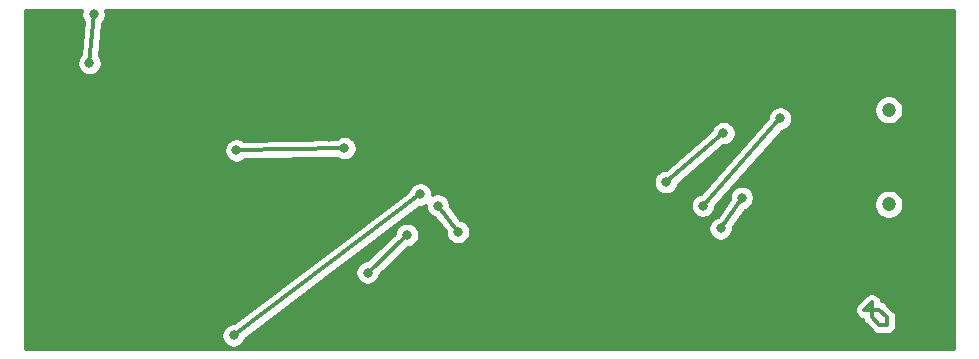
<source format=gbl>
%TF.GenerationSoftware,KiCad,Pcbnew,5.1.6-c6e7f7d~86~ubuntu18.04.1*%
%TF.CreationDate,2020-07-27T22:50:38-07:00*%
%TF.ProjectId,atmega168_tb2,61746d65-6761-4313-9638-5f7462322e6b,rev?*%
%TF.SameCoordinates,Original*%
%TF.FileFunction,Copper,L2,Bot*%
%TF.FilePolarity,Positive*%
%FSLAX46Y46*%
G04 Gerber Fmt 4.6, Leading zero omitted, Abs format (unit mm)*
G04 Created by KiCad (PCBNEW 5.1.6-c6e7f7d~86~ubuntu18.04.1) date 2020-07-27 22:50:38*
%MOMM*%
%LPD*%
G01*
G04 APERTURE LIST*
%TA.AperFunction,ComponentPad*%
%ADD10C,1.200000*%
%TD*%
%TA.AperFunction,ViaPad*%
%ADD11C,0.800000*%
%TD*%
%TA.AperFunction,Conductor*%
%ADD12C,0.300000*%
%TD*%
%TA.AperFunction,Conductor*%
%ADD13C,0.254000*%
%TD*%
G04 APERTURE END LIST*
D10*
%TO.P,J4,~*%
%TO.N,N/C*%
X120430000Y-39700000D03*
X120430000Y-31700000D03*
%TD*%
D11*
%TO.N,+BATT*%
X82250000Y-39800000D03*
X83950000Y-42020000D03*
X74350000Y-34940000D03*
X65210000Y-35120000D03*
X53120000Y-23590000D03*
X52760000Y-27750000D03*
%TO.N,GND*%
X73010000Y-33990000D03*
X89222260Y-40397740D03*
X81750000Y-42060000D03*
X72860000Y-39310000D03*
X102570000Y-39650000D03*
X111370000Y-41110000D03*
X118100000Y-42590000D03*
X98630000Y-48730000D03*
X60460000Y-36120000D03*
X67460000Y-39550000D03*
X58640000Y-42920000D03*
X56000000Y-45660000D03*
X55860000Y-31080000D03*
X112200000Y-28700000D03*
X120280000Y-28730000D03*
X92690000Y-48450000D03*
X106870000Y-30130000D03*
X100270000Y-33690000D03*
X89420000Y-26240000D03*
X84270000Y-25940000D03*
X79260000Y-25940000D03*
X83610000Y-38540000D03*
X55960000Y-25930000D03*
X68340000Y-45510000D03*
X51070000Y-48900000D03*
X94728707Y-30631293D03*
X76365069Y-28705069D03*
X72430000Y-46500000D03*
%TO.N,RST*%
X80760000Y-38860000D03*
X64970000Y-50800000D03*
%TO.N,CARDDAT0_DO*%
X107990000Y-39140000D03*
X106200000Y-41740000D03*
%TO.N,D2*%
X104700000Y-39810000D03*
X111240000Y-32420000D03*
%TO.N,D3CS*%
X101560000Y-37820000D03*
X106430000Y-33660000D03*
%TO.N,PE1*%
X79640000Y-42285000D03*
X76320000Y-45480000D03*
%TD*%
D12*
%TO.N,*%
X118375000Y-48635000D02*
X119010000Y-48000000D01*
X119010000Y-48000000D02*
X119010000Y-49270000D01*
X119010000Y-49270000D02*
X119645000Y-49905000D01*
X119645000Y-49905000D02*
X120280000Y-49905000D01*
X120280000Y-49905000D02*
X120280000Y-49270000D01*
X120280000Y-49270000D02*
X119645000Y-48635000D01*
X119645000Y-48635000D02*
X118375000Y-48635000D01*
%TO.N,+BATT*%
X82250000Y-39800000D02*
X83950000Y-42020000D01*
X74350000Y-34940000D02*
X65210000Y-35120000D01*
X53120000Y-23590000D02*
X52760000Y-27750000D01*
%TO.N,GND*%
X118100000Y-42590000D02*
X111370000Y-41110000D01*
X102570000Y-39650000D02*
X98630000Y-48730000D01*
X60460000Y-36120000D02*
X67460000Y-39550000D01*
X58640000Y-42920000D02*
X56000000Y-45660000D01*
X92690000Y-48450000D02*
X89222260Y-40397740D01*
X106870000Y-30130000D02*
X100270000Y-33690000D01*
X89420000Y-26240000D02*
X84270000Y-25940000D01*
X84270000Y-25940000D02*
X79260000Y-25940000D01*
X89222260Y-40397740D02*
X83610000Y-38540000D01*
X55860000Y-31080000D02*
X55960000Y-25930000D01*
X56000000Y-45660000D02*
X51070000Y-48900000D01*
X94728707Y-30631293D02*
X89420000Y-26240000D01*
X94728707Y-30631293D02*
X106870000Y-30130000D01*
X73010000Y-33990000D02*
X76365069Y-28705069D01*
X76365069Y-28705069D02*
X94728707Y-30631293D01*
%TO.N,RST*%
X80760000Y-38860000D02*
X64970000Y-50800000D01*
%TO.N,CARDDAT0_DO*%
X107990000Y-39140000D02*
X106200000Y-41740000D01*
%TO.N,D2*%
X104700000Y-39810000D02*
X111240000Y-32420000D01*
%TO.N,D3CS*%
X101560000Y-37820000D02*
X106430000Y-33660000D01*
%TO.N,PE1*%
X79640000Y-42285000D02*
X76320000Y-45480000D01*
%TD*%
D13*
%TO.N,GND*%
G36*
X52124774Y-23288102D02*
G01*
X52085000Y-23488061D01*
X52085000Y-23691939D01*
X52124774Y-23891898D01*
X52202795Y-24080256D01*
X52279683Y-24195327D01*
X52036088Y-27010201D01*
X51956063Y-27090226D01*
X51842795Y-27259744D01*
X51764774Y-27448102D01*
X51725000Y-27648061D01*
X51725000Y-27851939D01*
X51764774Y-28051898D01*
X51842795Y-28240256D01*
X51956063Y-28409774D01*
X52100226Y-28553937D01*
X52269744Y-28667205D01*
X52458102Y-28745226D01*
X52658061Y-28785000D01*
X52861939Y-28785000D01*
X53061898Y-28745226D01*
X53250256Y-28667205D01*
X53419774Y-28553937D01*
X53563937Y-28409774D01*
X53677205Y-28240256D01*
X53755226Y-28051898D01*
X53795000Y-27851939D01*
X53795000Y-27648061D01*
X53755226Y-27448102D01*
X53677205Y-27259744D01*
X53600317Y-27144673D01*
X53843912Y-24329799D01*
X53923937Y-24249774D01*
X54037205Y-24080256D01*
X54115226Y-23891898D01*
X54155000Y-23691939D01*
X54155000Y-23488061D01*
X54115226Y-23288102D01*
X54103586Y-23260000D01*
X125970001Y-23260000D01*
X125970000Y-51940000D01*
X47290000Y-51940000D01*
X47290000Y-50698061D01*
X63935000Y-50698061D01*
X63935000Y-50901939D01*
X63974774Y-51101898D01*
X64052795Y-51290256D01*
X64166063Y-51459774D01*
X64310226Y-51603937D01*
X64479744Y-51717205D01*
X64668102Y-51795226D01*
X64868061Y-51835000D01*
X65071939Y-51835000D01*
X65271898Y-51795226D01*
X65460256Y-51717205D01*
X65629774Y-51603937D01*
X65773937Y-51459774D01*
X65887205Y-51290256D01*
X65965226Y-51101898D01*
X65981684Y-51019155D01*
X69134599Y-48635000D01*
X117586202Y-48635000D01*
X117601359Y-48788887D01*
X117646246Y-48936860D01*
X117719138Y-49073233D01*
X117817236Y-49192764D01*
X117936767Y-49290862D01*
X118073140Y-49363754D01*
X118221113Y-49408641D01*
X118234992Y-49410008D01*
X118236359Y-49423886D01*
X118281246Y-49571859D01*
X118281247Y-49571860D01*
X118354139Y-49708233D01*
X118389330Y-49751113D01*
X118427655Y-49797812D01*
X118427659Y-49797816D01*
X118452237Y-49827764D01*
X118482185Y-49852342D01*
X119062653Y-50432810D01*
X119087236Y-50462764D01*
X119206767Y-50560862D01*
X119343140Y-50633754D01*
X119491113Y-50678642D01*
X119566026Y-50686020D01*
X119606439Y-50690000D01*
X119606444Y-50690000D01*
X119645000Y-50693797D01*
X119683556Y-50690000D01*
X120241439Y-50690000D01*
X120280000Y-50693798D01*
X120318560Y-50690000D01*
X120318561Y-50690000D01*
X120433887Y-50678641D01*
X120581860Y-50633754D01*
X120718233Y-50560862D01*
X120837764Y-50462764D01*
X120935862Y-50343233D01*
X121008754Y-50206860D01*
X121053641Y-50058887D01*
X121068798Y-49905000D01*
X121065000Y-49866439D01*
X121065000Y-49308556D01*
X121068797Y-49270000D01*
X121065000Y-49231444D01*
X121065000Y-49231439D01*
X121055143Y-49131359D01*
X121053642Y-49116113D01*
X121008754Y-48968140D01*
X120935862Y-48831767D01*
X120837764Y-48712236D01*
X120807810Y-48687653D01*
X120227345Y-48107188D01*
X120202764Y-48077236D01*
X120083233Y-47979138D01*
X119946860Y-47906246D01*
X119798887Y-47861359D01*
X119785009Y-47859992D01*
X119783642Y-47846113D01*
X119738754Y-47698141D01*
X119738754Y-47698140D01*
X119665862Y-47561767D01*
X119567764Y-47442236D01*
X119448232Y-47344138D01*
X119311859Y-47271246D01*
X119163887Y-47226358D01*
X119083332Y-47218425D01*
X119010000Y-47211202D01*
X118933056Y-47218781D01*
X118856113Y-47226358D01*
X118708140Y-47271246D01*
X118571767Y-47344138D01*
X118452236Y-47442236D01*
X118427654Y-47472189D01*
X117847190Y-48052653D01*
X117817236Y-48077236D01*
X117719138Y-48196767D01*
X117646246Y-48333140D01*
X117601359Y-48481113D01*
X117586202Y-48635000D01*
X69134599Y-48635000D01*
X73441724Y-45378061D01*
X75285000Y-45378061D01*
X75285000Y-45581939D01*
X75324774Y-45781898D01*
X75402795Y-45970256D01*
X75516063Y-46139774D01*
X75660226Y-46283937D01*
X75829744Y-46397205D01*
X76018102Y-46475226D01*
X76218061Y-46515000D01*
X76421939Y-46515000D01*
X76621898Y-46475226D01*
X76810256Y-46397205D01*
X76979774Y-46283937D01*
X77123937Y-46139774D01*
X77237205Y-45970256D01*
X77315226Y-45781898D01*
X77355000Y-45581939D01*
X77355000Y-45573426D01*
X79696589Y-43320000D01*
X79741939Y-43320000D01*
X79941898Y-43280226D01*
X80130256Y-43202205D01*
X80299774Y-43088937D01*
X80443937Y-42944774D01*
X80557205Y-42775256D01*
X80635226Y-42586898D01*
X80675000Y-42386939D01*
X80675000Y-42183061D01*
X80635226Y-41983102D01*
X80557205Y-41794744D01*
X80443937Y-41625226D01*
X80299774Y-41481063D01*
X80130256Y-41367795D01*
X79941898Y-41289774D01*
X79741939Y-41250000D01*
X79538061Y-41250000D01*
X79338102Y-41289774D01*
X79149744Y-41367795D01*
X78980226Y-41481063D01*
X78836063Y-41625226D01*
X78722795Y-41794744D01*
X78644774Y-41983102D01*
X78605000Y-42183061D01*
X78605000Y-42191573D01*
X76263411Y-44445000D01*
X76218061Y-44445000D01*
X76018102Y-44484774D01*
X75829744Y-44562795D01*
X75660226Y-44676063D01*
X75516063Y-44820226D01*
X75402795Y-44989744D01*
X75324774Y-45178102D01*
X75285000Y-45378061D01*
X73441724Y-45378061D01*
X80692775Y-39895000D01*
X80861939Y-39895000D01*
X81061898Y-39855226D01*
X81215000Y-39791809D01*
X81215000Y-39901939D01*
X81254774Y-40101898D01*
X81332795Y-40290256D01*
X81446063Y-40459774D01*
X81590226Y-40603937D01*
X81759744Y-40717205D01*
X81948102Y-40795226D01*
X82036913Y-40812891D01*
X82915000Y-41959570D01*
X82915000Y-42121939D01*
X82954774Y-42321898D01*
X83032795Y-42510256D01*
X83146063Y-42679774D01*
X83290226Y-42823937D01*
X83459744Y-42937205D01*
X83648102Y-43015226D01*
X83848061Y-43055000D01*
X84051939Y-43055000D01*
X84251898Y-43015226D01*
X84440256Y-42937205D01*
X84609774Y-42823937D01*
X84753937Y-42679774D01*
X84867205Y-42510256D01*
X84945226Y-42321898D01*
X84985000Y-42121939D01*
X84985000Y-41918061D01*
X84945226Y-41718102D01*
X84912072Y-41638061D01*
X105165000Y-41638061D01*
X105165000Y-41841939D01*
X105204774Y-42041898D01*
X105282795Y-42230256D01*
X105396063Y-42399774D01*
X105540226Y-42543937D01*
X105709744Y-42657205D01*
X105898102Y-42735226D01*
X106098061Y-42775000D01*
X106301939Y-42775000D01*
X106501898Y-42735226D01*
X106690256Y-42657205D01*
X106859774Y-42543937D01*
X107003937Y-42399774D01*
X107117205Y-42230256D01*
X107195226Y-42041898D01*
X107235000Y-41841939D01*
X107235000Y-41638061D01*
X107232362Y-41624796D01*
X108252476Y-40143068D01*
X108291898Y-40135226D01*
X108480256Y-40057205D01*
X108649774Y-39943937D01*
X108793937Y-39799774D01*
X108907205Y-39630256D01*
X108928699Y-39578363D01*
X119195000Y-39578363D01*
X119195000Y-39821637D01*
X119242460Y-40060236D01*
X119335557Y-40284992D01*
X119470713Y-40487267D01*
X119642733Y-40659287D01*
X119845008Y-40794443D01*
X120069764Y-40887540D01*
X120308363Y-40935000D01*
X120551637Y-40935000D01*
X120790236Y-40887540D01*
X121014992Y-40794443D01*
X121217267Y-40659287D01*
X121389287Y-40487267D01*
X121524443Y-40284992D01*
X121617540Y-40060236D01*
X121665000Y-39821637D01*
X121665000Y-39578363D01*
X121617540Y-39339764D01*
X121524443Y-39115008D01*
X121389287Y-38912733D01*
X121217267Y-38740713D01*
X121014992Y-38605557D01*
X120790236Y-38512460D01*
X120551637Y-38465000D01*
X120308363Y-38465000D01*
X120069764Y-38512460D01*
X119845008Y-38605557D01*
X119642733Y-38740713D01*
X119470713Y-38912733D01*
X119335557Y-39115008D01*
X119242460Y-39339764D01*
X119195000Y-39578363D01*
X108928699Y-39578363D01*
X108985226Y-39441898D01*
X109025000Y-39241939D01*
X109025000Y-39038061D01*
X108985226Y-38838102D01*
X108907205Y-38649744D01*
X108793937Y-38480226D01*
X108649774Y-38336063D01*
X108480256Y-38222795D01*
X108291898Y-38144774D01*
X108091939Y-38105000D01*
X107888061Y-38105000D01*
X107688102Y-38144774D01*
X107499744Y-38222795D01*
X107330226Y-38336063D01*
X107186063Y-38480226D01*
X107072795Y-38649744D01*
X106994774Y-38838102D01*
X106955000Y-39038061D01*
X106955000Y-39241939D01*
X106957638Y-39255202D01*
X105937525Y-40736932D01*
X105898102Y-40744774D01*
X105709744Y-40822795D01*
X105540226Y-40936063D01*
X105396063Y-41080226D01*
X105282795Y-41249744D01*
X105204774Y-41438102D01*
X105165000Y-41638061D01*
X84912072Y-41638061D01*
X84867205Y-41529744D01*
X84753937Y-41360226D01*
X84609774Y-41216063D01*
X84440256Y-41102795D01*
X84251898Y-41024774D01*
X84163087Y-41007109D01*
X83285000Y-39860430D01*
X83285000Y-39708061D01*
X103665000Y-39708061D01*
X103665000Y-39911939D01*
X103704774Y-40111898D01*
X103782795Y-40300256D01*
X103896063Y-40469774D01*
X104040226Y-40613937D01*
X104209744Y-40727205D01*
X104398102Y-40805226D01*
X104598061Y-40845000D01*
X104801939Y-40845000D01*
X105001898Y-40805226D01*
X105190256Y-40727205D01*
X105359774Y-40613937D01*
X105503937Y-40469774D01*
X105617205Y-40300256D01*
X105695226Y-40111898D01*
X105735000Y-39911939D01*
X105735000Y-39824981D01*
X111378791Y-33447670D01*
X111541898Y-33415226D01*
X111730256Y-33337205D01*
X111899774Y-33223937D01*
X112043937Y-33079774D01*
X112157205Y-32910256D01*
X112235226Y-32721898D01*
X112275000Y-32521939D01*
X112275000Y-32318061D01*
X112235226Y-32118102D01*
X112157205Y-31929744D01*
X112043937Y-31760226D01*
X111899774Y-31616063D01*
X111843352Y-31578363D01*
X119195000Y-31578363D01*
X119195000Y-31821637D01*
X119242460Y-32060236D01*
X119335557Y-32284992D01*
X119470713Y-32487267D01*
X119642733Y-32659287D01*
X119845008Y-32794443D01*
X120069764Y-32887540D01*
X120308363Y-32935000D01*
X120551637Y-32935000D01*
X120790236Y-32887540D01*
X121014992Y-32794443D01*
X121217267Y-32659287D01*
X121389287Y-32487267D01*
X121524443Y-32284992D01*
X121617540Y-32060236D01*
X121665000Y-31821637D01*
X121665000Y-31578363D01*
X121617540Y-31339764D01*
X121524443Y-31115008D01*
X121389287Y-30912733D01*
X121217267Y-30740713D01*
X121014992Y-30605557D01*
X120790236Y-30512460D01*
X120551637Y-30465000D01*
X120308363Y-30465000D01*
X120069764Y-30512460D01*
X119845008Y-30605557D01*
X119642733Y-30740713D01*
X119470713Y-30912733D01*
X119335557Y-31115008D01*
X119242460Y-31339764D01*
X119195000Y-31578363D01*
X111843352Y-31578363D01*
X111730256Y-31502795D01*
X111541898Y-31424774D01*
X111341939Y-31385000D01*
X111138061Y-31385000D01*
X110938102Y-31424774D01*
X110749744Y-31502795D01*
X110580226Y-31616063D01*
X110436063Y-31760226D01*
X110322795Y-31929744D01*
X110244774Y-32118102D01*
X110205000Y-32318061D01*
X110205000Y-32405019D01*
X104561210Y-38782330D01*
X104398102Y-38814774D01*
X104209744Y-38892795D01*
X104040226Y-39006063D01*
X103896063Y-39150226D01*
X103782795Y-39319744D01*
X103704774Y-39508102D01*
X103665000Y-39708061D01*
X83285000Y-39708061D01*
X83285000Y-39698061D01*
X83245226Y-39498102D01*
X83167205Y-39309744D01*
X83053937Y-39140226D01*
X82909774Y-38996063D01*
X82740256Y-38882795D01*
X82551898Y-38804774D01*
X82351939Y-38765000D01*
X82148061Y-38765000D01*
X81948102Y-38804774D01*
X81795000Y-38868191D01*
X81795000Y-38758061D01*
X81755226Y-38558102D01*
X81677205Y-38369744D01*
X81563937Y-38200226D01*
X81419774Y-38056063D01*
X81250256Y-37942795D01*
X81061898Y-37864774D01*
X80861939Y-37825000D01*
X80658061Y-37825000D01*
X80458102Y-37864774D01*
X80269744Y-37942795D01*
X80100226Y-38056063D01*
X79956063Y-38200226D01*
X79842795Y-38369744D01*
X79764774Y-38558102D01*
X79748316Y-38640844D01*
X65037226Y-49765000D01*
X64868061Y-49765000D01*
X64668102Y-49804774D01*
X64479744Y-49882795D01*
X64310226Y-49996063D01*
X64166063Y-50140226D01*
X64052795Y-50309744D01*
X63974774Y-50498102D01*
X63935000Y-50698061D01*
X47290000Y-50698061D01*
X47290000Y-37718061D01*
X100525000Y-37718061D01*
X100525000Y-37921939D01*
X100564774Y-38121898D01*
X100642795Y-38310256D01*
X100756063Y-38479774D01*
X100900226Y-38623937D01*
X101069744Y-38737205D01*
X101258102Y-38815226D01*
X101458061Y-38855000D01*
X101661939Y-38855000D01*
X101861898Y-38815226D01*
X102050256Y-38737205D01*
X102219774Y-38623937D01*
X102363937Y-38479774D01*
X102477205Y-38310256D01*
X102555226Y-38121898D01*
X102583890Y-37977792D01*
X106426967Y-34695000D01*
X106531939Y-34695000D01*
X106731898Y-34655226D01*
X106920256Y-34577205D01*
X107089774Y-34463937D01*
X107233937Y-34319774D01*
X107347205Y-34150256D01*
X107425226Y-33961898D01*
X107465000Y-33761939D01*
X107465000Y-33558061D01*
X107425226Y-33358102D01*
X107347205Y-33169744D01*
X107233937Y-33000226D01*
X107089774Y-32856063D01*
X106920256Y-32742795D01*
X106731898Y-32664774D01*
X106531939Y-32625000D01*
X106328061Y-32625000D01*
X106128102Y-32664774D01*
X105939744Y-32742795D01*
X105770226Y-32856063D01*
X105626063Y-33000226D01*
X105512795Y-33169744D01*
X105434774Y-33358102D01*
X105406110Y-33502208D01*
X101563034Y-36785000D01*
X101458061Y-36785000D01*
X101258102Y-36824774D01*
X101069744Y-36902795D01*
X100900226Y-37016063D01*
X100756063Y-37160226D01*
X100642795Y-37329744D01*
X100564774Y-37518102D01*
X100525000Y-37718061D01*
X47290000Y-37718061D01*
X47290000Y-35018061D01*
X64175000Y-35018061D01*
X64175000Y-35221939D01*
X64214774Y-35421898D01*
X64292795Y-35610256D01*
X64406063Y-35779774D01*
X64550226Y-35923937D01*
X64719744Y-36037205D01*
X64908102Y-36115226D01*
X65108061Y-36155000D01*
X65311939Y-36155000D01*
X65511898Y-36115226D01*
X65700256Y-36037205D01*
X65869774Y-35923937D01*
X65902191Y-35891520D01*
X73684546Y-35738257D01*
X73690226Y-35743937D01*
X73859744Y-35857205D01*
X74048102Y-35935226D01*
X74248061Y-35975000D01*
X74451939Y-35975000D01*
X74651898Y-35935226D01*
X74840256Y-35857205D01*
X75009774Y-35743937D01*
X75153937Y-35599774D01*
X75267205Y-35430256D01*
X75345226Y-35241898D01*
X75385000Y-35041939D01*
X75385000Y-34838061D01*
X75345226Y-34638102D01*
X75267205Y-34449744D01*
X75153937Y-34280226D01*
X75009774Y-34136063D01*
X74840256Y-34022795D01*
X74651898Y-33944774D01*
X74451939Y-33905000D01*
X74248061Y-33905000D01*
X74048102Y-33944774D01*
X73859744Y-34022795D01*
X73690226Y-34136063D01*
X73657809Y-34168480D01*
X65875454Y-34321743D01*
X65869774Y-34316063D01*
X65700256Y-34202795D01*
X65511898Y-34124774D01*
X65311939Y-34085000D01*
X65108061Y-34085000D01*
X64908102Y-34124774D01*
X64719744Y-34202795D01*
X64550226Y-34316063D01*
X64406063Y-34460226D01*
X64292795Y-34629744D01*
X64214774Y-34818102D01*
X64175000Y-35018061D01*
X47290000Y-35018061D01*
X47290000Y-23260000D01*
X52136414Y-23260000D01*
X52124774Y-23288102D01*
G37*
X52124774Y-23288102D02*
X52085000Y-23488061D01*
X52085000Y-23691939D01*
X52124774Y-23891898D01*
X52202795Y-24080256D01*
X52279683Y-24195327D01*
X52036088Y-27010201D01*
X51956063Y-27090226D01*
X51842795Y-27259744D01*
X51764774Y-27448102D01*
X51725000Y-27648061D01*
X51725000Y-27851939D01*
X51764774Y-28051898D01*
X51842795Y-28240256D01*
X51956063Y-28409774D01*
X52100226Y-28553937D01*
X52269744Y-28667205D01*
X52458102Y-28745226D01*
X52658061Y-28785000D01*
X52861939Y-28785000D01*
X53061898Y-28745226D01*
X53250256Y-28667205D01*
X53419774Y-28553937D01*
X53563937Y-28409774D01*
X53677205Y-28240256D01*
X53755226Y-28051898D01*
X53795000Y-27851939D01*
X53795000Y-27648061D01*
X53755226Y-27448102D01*
X53677205Y-27259744D01*
X53600317Y-27144673D01*
X53843912Y-24329799D01*
X53923937Y-24249774D01*
X54037205Y-24080256D01*
X54115226Y-23891898D01*
X54155000Y-23691939D01*
X54155000Y-23488061D01*
X54115226Y-23288102D01*
X54103586Y-23260000D01*
X125970001Y-23260000D01*
X125970000Y-51940000D01*
X47290000Y-51940000D01*
X47290000Y-50698061D01*
X63935000Y-50698061D01*
X63935000Y-50901939D01*
X63974774Y-51101898D01*
X64052795Y-51290256D01*
X64166063Y-51459774D01*
X64310226Y-51603937D01*
X64479744Y-51717205D01*
X64668102Y-51795226D01*
X64868061Y-51835000D01*
X65071939Y-51835000D01*
X65271898Y-51795226D01*
X65460256Y-51717205D01*
X65629774Y-51603937D01*
X65773937Y-51459774D01*
X65887205Y-51290256D01*
X65965226Y-51101898D01*
X65981684Y-51019155D01*
X69134599Y-48635000D01*
X117586202Y-48635000D01*
X117601359Y-48788887D01*
X117646246Y-48936860D01*
X117719138Y-49073233D01*
X117817236Y-49192764D01*
X117936767Y-49290862D01*
X118073140Y-49363754D01*
X118221113Y-49408641D01*
X118234992Y-49410008D01*
X118236359Y-49423886D01*
X118281246Y-49571859D01*
X118281247Y-49571860D01*
X118354139Y-49708233D01*
X118389330Y-49751113D01*
X118427655Y-49797812D01*
X118427659Y-49797816D01*
X118452237Y-49827764D01*
X118482185Y-49852342D01*
X119062653Y-50432810D01*
X119087236Y-50462764D01*
X119206767Y-50560862D01*
X119343140Y-50633754D01*
X119491113Y-50678642D01*
X119566026Y-50686020D01*
X119606439Y-50690000D01*
X119606444Y-50690000D01*
X119645000Y-50693797D01*
X119683556Y-50690000D01*
X120241439Y-50690000D01*
X120280000Y-50693798D01*
X120318560Y-50690000D01*
X120318561Y-50690000D01*
X120433887Y-50678641D01*
X120581860Y-50633754D01*
X120718233Y-50560862D01*
X120837764Y-50462764D01*
X120935862Y-50343233D01*
X121008754Y-50206860D01*
X121053641Y-50058887D01*
X121068798Y-49905000D01*
X121065000Y-49866439D01*
X121065000Y-49308556D01*
X121068797Y-49270000D01*
X121065000Y-49231444D01*
X121065000Y-49231439D01*
X121055143Y-49131359D01*
X121053642Y-49116113D01*
X121008754Y-48968140D01*
X120935862Y-48831767D01*
X120837764Y-48712236D01*
X120807810Y-48687653D01*
X120227345Y-48107188D01*
X120202764Y-48077236D01*
X120083233Y-47979138D01*
X119946860Y-47906246D01*
X119798887Y-47861359D01*
X119785009Y-47859992D01*
X119783642Y-47846113D01*
X119738754Y-47698141D01*
X119738754Y-47698140D01*
X119665862Y-47561767D01*
X119567764Y-47442236D01*
X119448232Y-47344138D01*
X119311859Y-47271246D01*
X119163887Y-47226358D01*
X119083332Y-47218425D01*
X119010000Y-47211202D01*
X118933056Y-47218781D01*
X118856113Y-47226358D01*
X118708140Y-47271246D01*
X118571767Y-47344138D01*
X118452236Y-47442236D01*
X118427654Y-47472189D01*
X117847190Y-48052653D01*
X117817236Y-48077236D01*
X117719138Y-48196767D01*
X117646246Y-48333140D01*
X117601359Y-48481113D01*
X117586202Y-48635000D01*
X69134599Y-48635000D01*
X73441724Y-45378061D01*
X75285000Y-45378061D01*
X75285000Y-45581939D01*
X75324774Y-45781898D01*
X75402795Y-45970256D01*
X75516063Y-46139774D01*
X75660226Y-46283937D01*
X75829744Y-46397205D01*
X76018102Y-46475226D01*
X76218061Y-46515000D01*
X76421939Y-46515000D01*
X76621898Y-46475226D01*
X76810256Y-46397205D01*
X76979774Y-46283937D01*
X77123937Y-46139774D01*
X77237205Y-45970256D01*
X77315226Y-45781898D01*
X77355000Y-45581939D01*
X77355000Y-45573426D01*
X79696589Y-43320000D01*
X79741939Y-43320000D01*
X79941898Y-43280226D01*
X80130256Y-43202205D01*
X80299774Y-43088937D01*
X80443937Y-42944774D01*
X80557205Y-42775256D01*
X80635226Y-42586898D01*
X80675000Y-42386939D01*
X80675000Y-42183061D01*
X80635226Y-41983102D01*
X80557205Y-41794744D01*
X80443937Y-41625226D01*
X80299774Y-41481063D01*
X80130256Y-41367795D01*
X79941898Y-41289774D01*
X79741939Y-41250000D01*
X79538061Y-41250000D01*
X79338102Y-41289774D01*
X79149744Y-41367795D01*
X78980226Y-41481063D01*
X78836063Y-41625226D01*
X78722795Y-41794744D01*
X78644774Y-41983102D01*
X78605000Y-42183061D01*
X78605000Y-42191573D01*
X76263411Y-44445000D01*
X76218061Y-44445000D01*
X76018102Y-44484774D01*
X75829744Y-44562795D01*
X75660226Y-44676063D01*
X75516063Y-44820226D01*
X75402795Y-44989744D01*
X75324774Y-45178102D01*
X75285000Y-45378061D01*
X73441724Y-45378061D01*
X80692775Y-39895000D01*
X80861939Y-39895000D01*
X81061898Y-39855226D01*
X81215000Y-39791809D01*
X81215000Y-39901939D01*
X81254774Y-40101898D01*
X81332795Y-40290256D01*
X81446063Y-40459774D01*
X81590226Y-40603937D01*
X81759744Y-40717205D01*
X81948102Y-40795226D01*
X82036913Y-40812891D01*
X82915000Y-41959570D01*
X82915000Y-42121939D01*
X82954774Y-42321898D01*
X83032795Y-42510256D01*
X83146063Y-42679774D01*
X83290226Y-42823937D01*
X83459744Y-42937205D01*
X83648102Y-43015226D01*
X83848061Y-43055000D01*
X84051939Y-43055000D01*
X84251898Y-43015226D01*
X84440256Y-42937205D01*
X84609774Y-42823937D01*
X84753937Y-42679774D01*
X84867205Y-42510256D01*
X84945226Y-42321898D01*
X84985000Y-42121939D01*
X84985000Y-41918061D01*
X84945226Y-41718102D01*
X84912072Y-41638061D01*
X105165000Y-41638061D01*
X105165000Y-41841939D01*
X105204774Y-42041898D01*
X105282795Y-42230256D01*
X105396063Y-42399774D01*
X105540226Y-42543937D01*
X105709744Y-42657205D01*
X105898102Y-42735226D01*
X106098061Y-42775000D01*
X106301939Y-42775000D01*
X106501898Y-42735226D01*
X106690256Y-42657205D01*
X106859774Y-42543937D01*
X107003937Y-42399774D01*
X107117205Y-42230256D01*
X107195226Y-42041898D01*
X107235000Y-41841939D01*
X107235000Y-41638061D01*
X107232362Y-41624796D01*
X108252476Y-40143068D01*
X108291898Y-40135226D01*
X108480256Y-40057205D01*
X108649774Y-39943937D01*
X108793937Y-39799774D01*
X108907205Y-39630256D01*
X108928699Y-39578363D01*
X119195000Y-39578363D01*
X119195000Y-39821637D01*
X119242460Y-40060236D01*
X119335557Y-40284992D01*
X119470713Y-40487267D01*
X119642733Y-40659287D01*
X119845008Y-40794443D01*
X120069764Y-40887540D01*
X120308363Y-40935000D01*
X120551637Y-40935000D01*
X120790236Y-40887540D01*
X121014992Y-40794443D01*
X121217267Y-40659287D01*
X121389287Y-40487267D01*
X121524443Y-40284992D01*
X121617540Y-40060236D01*
X121665000Y-39821637D01*
X121665000Y-39578363D01*
X121617540Y-39339764D01*
X121524443Y-39115008D01*
X121389287Y-38912733D01*
X121217267Y-38740713D01*
X121014992Y-38605557D01*
X120790236Y-38512460D01*
X120551637Y-38465000D01*
X120308363Y-38465000D01*
X120069764Y-38512460D01*
X119845008Y-38605557D01*
X119642733Y-38740713D01*
X119470713Y-38912733D01*
X119335557Y-39115008D01*
X119242460Y-39339764D01*
X119195000Y-39578363D01*
X108928699Y-39578363D01*
X108985226Y-39441898D01*
X109025000Y-39241939D01*
X109025000Y-39038061D01*
X108985226Y-38838102D01*
X108907205Y-38649744D01*
X108793937Y-38480226D01*
X108649774Y-38336063D01*
X108480256Y-38222795D01*
X108291898Y-38144774D01*
X108091939Y-38105000D01*
X107888061Y-38105000D01*
X107688102Y-38144774D01*
X107499744Y-38222795D01*
X107330226Y-38336063D01*
X107186063Y-38480226D01*
X107072795Y-38649744D01*
X106994774Y-38838102D01*
X106955000Y-39038061D01*
X106955000Y-39241939D01*
X106957638Y-39255202D01*
X105937525Y-40736932D01*
X105898102Y-40744774D01*
X105709744Y-40822795D01*
X105540226Y-40936063D01*
X105396063Y-41080226D01*
X105282795Y-41249744D01*
X105204774Y-41438102D01*
X105165000Y-41638061D01*
X84912072Y-41638061D01*
X84867205Y-41529744D01*
X84753937Y-41360226D01*
X84609774Y-41216063D01*
X84440256Y-41102795D01*
X84251898Y-41024774D01*
X84163087Y-41007109D01*
X83285000Y-39860430D01*
X83285000Y-39708061D01*
X103665000Y-39708061D01*
X103665000Y-39911939D01*
X103704774Y-40111898D01*
X103782795Y-40300256D01*
X103896063Y-40469774D01*
X104040226Y-40613937D01*
X104209744Y-40727205D01*
X104398102Y-40805226D01*
X104598061Y-40845000D01*
X104801939Y-40845000D01*
X105001898Y-40805226D01*
X105190256Y-40727205D01*
X105359774Y-40613937D01*
X105503937Y-40469774D01*
X105617205Y-40300256D01*
X105695226Y-40111898D01*
X105735000Y-39911939D01*
X105735000Y-39824981D01*
X111378791Y-33447670D01*
X111541898Y-33415226D01*
X111730256Y-33337205D01*
X111899774Y-33223937D01*
X112043937Y-33079774D01*
X112157205Y-32910256D01*
X112235226Y-32721898D01*
X112275000Y-32521939D01*
X112275000Y-32318061D01*
X112235226Y-32118102D01*
X112157205Y-31929744D01*
X112043937Y-31760226D01*
X111899774Y-31616063D01*
X111843352Y-31578363D01*
X119195000Y-31578363D01*
X119195000Y-31821637D01*
X119242460Y-32060236D01*
X119335557Y-32284992D01*
X119470713Y-32487267D01*
X119642733Y-32659287D01*
X119845008Y-32794443D01*
X120069764Y-32887540D01*
X120308363Y-32935000D01*
X120551637Y-32935000D01*
X120790236Y-32887540D01*
X121014992Y-32794443D01*
X121217267Y-32659287D01*
X121389287Y-32487267D01*
X121524443Y-32284992D01*
X121617540Y-32060236D01*
X121665000Y-31821637D01*
X121665000Y-31578363D01*
X121617540Y-31339764D01*
X121524443Y-31115008D01*
X121389287Y-30912733D01*
X121217267Y-30740713D01*
X121014992Y-30605557D01*
X120790236Y-30512460D01*
X120551637Y-30465000D01*
X120308363Y-30465000D01*
X120069764Y-30512460D01*
X119845008Y-30605557D01*
X119642733Y-30740713D01*
X119470713Y-30912733D01*
X119335557Y-31115008D01*
X119242460Y-31339764D01*
X119195000Y-31578363D01*
X111843352Y-31578363D01*
X111730256Y-31502795D01*
X111541898Y-31424774D01*
X111341939Y-31385000D01*
X111138061Y-31385000D01*
X110938102Y-31424774D01*
X110749744Y-31502795D01*
X110580226Y-31616063D01*
X110436063Y-31760226D01*
X110322795Y-31929744D01*
X110244774Y-32118102D01*
X110205000Y-32318061D01*
X110205000Y-32405019D01*
X104561210Y-38782330D01*
X104398102Y-38814774D01*
X104209744Y-38892795D01*
X104040226Y-39006063D01*
X103896063Y-39150226D01*
X103782795Y-39319744D01*
X103704774Y-39508102D01*
X103665000Y-39708061D01*
X83285000Y-39708061D01*
X83285000Y-39698061D01*
X83245226Y-39498102D01*
X83167205Y-39309744D01*
X83053937Y-39140226D01*
X82909774Y-38996063D01*
X82740256Y-38882795D01*
X82551898Y-38804774D01*
X82351939Y-38765000D01*
X82148061Y-38765000D01*
X81948102Y-38804774D01*
X81795000Y-38868191D01*
X81795000Y-38758061D01*
X81755226Y-38558102D01*
X81677205Y-38369744D01*
X81563937Y-38200226D01*
X81419774Y-38056063D01*
X81250256Y-37942795D01*
X81061898Y-37864774D01*
X80861939Y-37825000D01*
X80658061Y-37825000D01*
X80458102Y-37864774D01*
X80269744Y-37942795D01*
X80100226Y-38056063D01*
X79956063Y-38200226D01*
X79842795Y-38369744D01*
X79764774Y-38558102D01*
X79748316Y-38640844D01*
X65037226Y-49765000D01*
X64868061Y-49765000D01*
X64668102Y-49804774D01*
X64479744Y-49882795D01*
X64310226Y-49996063D01*
X64166063Y-50140226D01*
X64052795Y-50309744D01*
X63974774Y-50498102D01*
X63935000Y-50698061D01*
X47290000Y-50698061D01*
X47290000Y-37718061D01*
X100525000Y-37718061D01*
X100525000Y-37921939D01*
X100564774Y-38121898D01*
X100642795Y-38310256D01*
X100756063Y-38479774D01*
X100900226Y-38623937D01*
X101069744Y-38737205D01*
X101258102Y-38815226D01*
X101458061Y-38855000D01*
X101661939Y-38855000D01*
X101861898Y-38815226D01*
X102050256Y-38737205D01*
X102219774Y-38623937D01*
X102363937Y-38479774D01*
X102477205Y-38310256D01*
X102555226Y-38121898D01*
X102583890Y-37977792D01*
X106426967Y-34695000D01*
X106531939Y-34695000D01*
X106731898Y-34655226D01*
X106920256Y-34577205D01*
X107089774Y-34463937D01*
X107233937Y-34319774D01*
X107347205Y-34150256D01*
X107425226Y-33961898D01*
X107465000Y-33761939D01*
X107465000Y-33558061D01*
X107425226Y-33358102D01*
X107347205Y-33169744D01*
X107233937Y-33000226D01*
X107089774Y-32856063D01*
X106920256Y-32742795D01*
X106731898Y-32664774D01*
X106531939Y-32625000D01*
X106328061Y-32625000D01*
X106128102Y-32664774D01*
X105939744Y-32742795D01*
X105770226Y-32856063D01*
X105626063Y-33000226D01*
X105512795Y-33169744D01*
X105434774Y-33358102D01*
X105406110Y-33502208D01*
X101563034Y-36785000D01*
X101458061Y-36785000D01*
X101258102Y-36824774D01*
X101069744Y-36902795D01*
X100900226Y-37016063D01*
X100756063Y-37160226D01*
X100642795Y-37329744D01*
X100564774Y-37518102D01*
X100525000Y-37718061D01*
X47290000Y-37718061D01*
X47290000Y-35018061D01*
X64175000Y-35018061D01*
X64175000Y-35221939D01*
X64214774Y-35421898D01*
X64292795Y-35610256D01*
X64406063Y-35779774D01*
X64550226Y-35923937D01*
X64719744Y-36037205D01*
X64908102Y-36115226D01*
X65108061Y-36155000D01*
X65311939Y-36155000D01*
X65511898Y-36115226D01*
X65700256Y-36037205D01*
X65869774Y-35923937D01*
X65902191Y-35891520D01*
X73684546Y-35738257D01*
X73690226Y-35743937D01*
X73859744Y-35857205D01*
X74048102Y-35935226D01*
X74248061Y-35975000D01*
X74451939Y-35975000D01*
X74651898Y-35935226D01*
X74840256Y-35857205D01*
X75009774Y-35743937D01*
X75153937Y-35599774D01*
X75267205Y-35430256D01*
X75345226Y-35241898D01*
X75385000Y-35041939D01*
X75385000Y-34838061D01*
X75345226Y-34638102D01*
X75267205Y-34449744D01*
X75153937Y-34280226D01*
X75009774Y-34136063D01*
X74840256Y-34022795D01*
X74651898Y-33944774D01*
X74451939Y-33905000D01*
X74248061Y-33905000D01*
X74048102Y-33944774D01*
X73859744Y-34022795D01*
X73690226Y-34136063D01*
X73657809Y-34168480D01*
X65875454Y-34321743D01*
X65869774Y-34316063D01*
X65700256Y-34202795D01*
X65511898Y-34124774D01*
X65311939Y-34085000D01*
X65108061Y-34085000D01*
X64908102Y-34124774D01*
X64719744Y-34202795D01*
X64550226Y-34316063D01*
X64406063Y-34460226D01*
X64292795Y-34629744D01*
X64214774Y-34818102D01*
X64175000Y-35018061D01*
X47290000Y-35018061D01*
X47290000Y-23260000D01*
X52136414Y-23260000D01*
X52124774Y-23288102D01*
%TD*%
M02*

</source>
